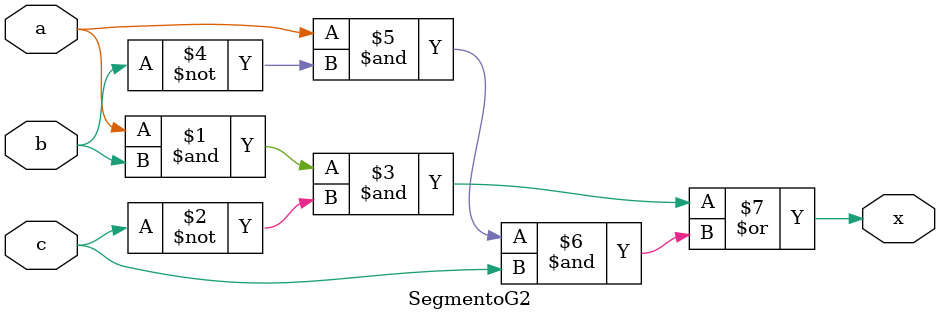
<source format=sv>
module SegmentoG2(a,b,c,x);
   input a,b,c;
  output x;
  
  assign x=(a&b&~c)|(a&~b&c);
  
endmodule
</source>
